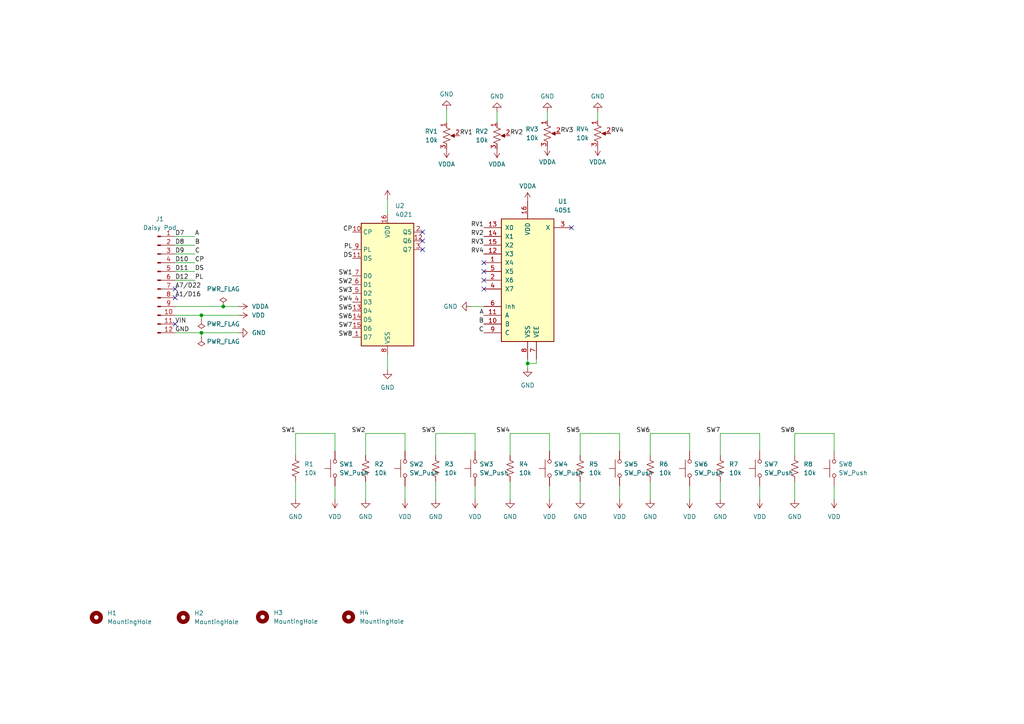
<source format=kicad_sch>
(kicad_sch (version 20230121) (generator eeschema)
  (paper "A4")
  (title_block (title "Basic POD Expander ") (rev "3") (company "KnightHill Engineering"))
  (lib_symbols
    (symbol "4xxx:4021"
      (property "Reference" "U" (at -5.08 19.05 0))
      (property "Value" "4021" (at 3.81 19.05 0))
      (symbol "4021_0_1"
        (rectangle (start -7.62 17.78) (end 7.62 -17.78) (stroke (width 0.254)) (fill (type background)))
      )
      (symbol "4021_1_1"
        (pin input line (at -10.16 -15.24 0) (length 2.54) (name "D7") (number "1"))
        (pin input line (at -10.16 15.24 0) (length 2.54) (name "CP") (number "10"))
        (pin input line (at -10.16 7.62 0) (length 2.54) (name "DS") (number "11"))
        (pin output line (at 10.16 12.7 180) (length 2.54) (name "Q6") (number "12"))
        (pin input line (at -10.16 -7.62 0) (length 2.54) (name "D4") (number "13"))
        (pin input line (at -10.16 -10.16 0) (length 2.54) (name "D5") (number "14"))
        (pin input line (at -10.16 -12.7 0) (length 2.54) (name "D6") (number "15"))
        (pin power_in line (at 0 20.32 270) (length 2.54) (name "VDD") (number "16"))
        (pin output line (at 10.16 15.24 180) (length 2.54) (name "Q5") (number "2"))
        (pin output line (at 10.16 10.16 180) (length 2.54) (name "Q7") (number "3"))
        (pin input line (at -10.16 -5.08 0) (length 2.54) (name "D3") (number "4"))
        (pin input line (at -10.16 -2.54 0) (length 2.54) (name "D2") (number "5"))
        (pin input line (at -10.16 0 0) (length 2.54) (name "D1") (number "6"))
        (pin input line (at -10.16 2.54 0) (length 2.54) (name "D0") (number "7"))
        (pin power_in line (at 0 -20.32 90) (length 2.54) (name "VSS") (number "8"))
        (pin input line (at -10.16 10.16 0) (length 2.54) (name "PL") (number "9"))
      )
    )
    (symbol "4xxx:4051" (pin_names (offset 1.016))
      (property "Reference" "U" (at -7.62 19.05 0))
      (property "Value" "4051" (at -7.62 -19.05 0))
      (symbol "4051_1_0"
        (pin passive line (at -12.7 5.08 0) (length 5.08) (name "X4") (number "1"))
        (pin input line (at -12.7 -12.7 0) (length 5.08) (name "B") (number "10"))
        (pin input line (at -12.7 -10.16 0) (length 5.08) (name "A") (number "11"))
        (pin passive line (at -12.7 7.62 0) (length 5.08) (name "X3") (number "12"))
        (pin passive line (at -12.7 15.24 0) (length 5.08) (name "X0") (number "13"))
        (pin passive line (at -12.7 12.7 0) (length 5.08) (name "X1") (number "14"))
        (pin passive line (at -12.7 10.16 0) (length 5.08) (name "X2") (number "15"))
        (pin power_in line (at 0 22.86 270) (length 5.08) (name "VDD") (number "16"))
        (pin passive line (at -12.7 0 0) (length 5.08) (name "X6") (number "2"))
        (pin passive line (at 12.7 15.24 180) (length 5.08) (name "X") (number "3"))
        (pin passive line (at -12.7 -2.54 0) (length 5.08) (name "X7") (number "4"))
        (pin passive line (at -12.7 2.54 0) (length 5.08) (name "X5") (number "5"))
        (pin input line (at -12.7 -7.62 0) (length 5.08) (name "Inh") (number "6"))
        (pin power_in line (at 2.54 -22.86 90) (length 5.08) (name "VEE") (number "7"))
        (pin power_in line (at 0 -22.86 90) (length 5.08) (name "VSS") (number "8"))
        (pin input line (at -12.7 -15.24 0) (length 5.08) (name "C") (number "9"))
      )
      (symbol "4051_1_1"
        (rectangle (start -7.62 17.78) (end 7.62 -17.78) (stroke (width 0.254)) (fill (type background)))
      )
    )
    (symbol "Connector:Conn_01x12_Pin" (pin_names (offset 1.016) hide)
      (property "Reference" "J" (at 0 15.24 0))
      (property "Value" "Conn_01x12_Pin" (at 0 -17.78 0))
      (symbol "Conn_01x12_Pin_1_1"
        (polyline (pts (xy 1.27 -15.24) (xy 0.8636 -15.24)) (stroke (width 0.1524)))
        (polyline (pts (xy 1.27 -12.7) (xy 0.8636 -12.7)) (stroke (width 0.1524)))
        (polyline (pts (xy 1.27 -10.16) (xy 0.8636 -10.16)) (stroke (width 0.1524)))
        (polyline (pts (xy 1.27 -7.62) (xy 0.8636 -7.62)) (stroke (width 0.1524)))
        (polyline (pts (xy 1.27 -5.08) (xy 0.8636 -5.08)) (stroke (width 0.1524)))
        (polyline (pts (xy 1.27 -2.54) (xy 0.8636 -2.54)) (stroke (width 0.1524)))
        (polyline (pts (xy 1.27 0) (xy 0.8636 0)) (stroke (width 0.1524)))
        (polyline (pts (xy 1.27 2.54) (xy 0.8636 2.54)) (stroke (width 0.1524)))
        (polyline (pts (xy 1.27 5.08) (xy 0.8636 5.08)) (stroke (width 0.1524)))
        (polyline (pts (xy 1.27 7.62) (xy 0.8636 7.62)) (stroke (width 0.1524)))
        (polyline (pts (xy 1.27 10.16) (xy 0.8636 10.16)) (stroke (width 0.1524)))
        (polyline (pts (xy 1.27 12.7) (xy 0.8636 12.7)) (stroke (width 0.1524)))
        (rectangle (start 0.8636 -15.113) (end 0 -15.367) (stroke (width 0.1524)) (fill (type outline)))
        (rectangle (start 0.8636 -12.573) (end 0 -12.827) (stroke (width 0.1524)) (fill (type outline)))
        (rectangle (start 0.8636 -10.033) (end 0 -10.287) (stroke (width 0.1524)) (fill (type outline)))
        (rectangle (start 0.8636 -7.493) (end 0 -7.747) (stroke (width 0.1524)) (fill (type outline)))
        (rectangle (start 0.8636 -4.953) (end 0 -5.207) (stroke (width 0.1524)) (fill (type outline)))
        (rectangle (start 0.8636 -2.413) (end 0 -2.667) (stroke (width 0.1524)) (fill (type outline)))
        (rectangle (start 0.8636 0.127) (end 0 -0.127) (stroke (width 0.1524)) (fill (type outline)))
        (rectangle (start 0.8636 2.667) (end 0 2.413) (stroke (width 0.1524)) (fill (type outline)))
        (rectangle (start 0.8636 5.207) (end 0 4.953) (stroke (width 0.1524)) (fill (type outline)))
        (rectangle (start 0.8636 7.747) (end 0 7.493) (stroke (width 0.1524)) (fill (type outline)))
        (rectangle (start 0.8636 10.287) (end 0 10.033) (stroke (width 0.1524)) (fill (type outline)))
        (rectangle (start 0.8636 12.827) (end 0 12.573) (stroke (width 0.1524)) (fill (type outline)))
        (pin passive line (at 5.08 12.7 180) (length 3.81) (name "Pin_1") (number "1"))
        (pin passive line (at 5.08 -10.16 180) (length 3.81) (name "Pin_10") (number "10"))
        (pin passive line (at 5.08 -12.7 180) (length 3.81) (name "Pin_11") (number "11"))
        (pin passive line (at 5.08 -15.24 180) (length 3.81) (name "Pin_12") (number "12"))
        (pin passive line (at 5.08 10.16 180) (length 3.81) (name "Pin_2") (number "2"))
        (pin passive line (at 5.08 7.62 180) (length 3.81) (name "Pin_3") (number "3"))
        (pin passive line (at 5.08 5.08 180) (length 3.81) (name "Pin_4") (number "4"))
        (pin passive line (at 5.08 2.54 180) (length 3.81) (name "Pin_5") (number "5"))
        (pin passive line (at 5.08 0 180) (length 3.81) (name "Pin_6") (number "6"))
        (pin passive line (at 5.08 -2.54 180) (length 3.81) (name "Pin_7") (number "7"))
        (pin passive line (at 5.08 -5.08 180) (length 3.81) (name "Pin_8") (number "8"))
        (pin passive line (at 5.08 -7.62 180) (length 3.81) (name "Pin_9") (number "9"))
      )
    )
    (symbol "Device:R_Potentiometer_US" (pin_names (offset 1.016) hide)
      (property "Reference" "RV" (at -4.445 0 90))
      (property "Value" "R_Potentiometer_US" (at -2.54 0 90))
      (symbol "R_Potentiometer_US_0_1"
        (polyline (pts (xy 0 -2.286) (xy 0 -2.54)))
        (polyline (pts (xy 0 2.54) (xy 0 2.286)))
        (polyline (pts (xy 2.54 0) (xy 1.524 0)))
        (polyline (pts (xy 1.143 0) (xy 2.286 0.508) (xy 2.286 -0.508) (xy 1.143 0)) (fill (type outline)))
        (polyline (pts (xy 0 -0.762) (xy 1.016 -1.143) (xy 0 -1.524) (xy -1.016 -1.905) (xy 0 -2.286)))
        (polyline (pts (xy 0 0.762) (xy 1.016 0.381) (xy 0 0) (xy -1.016 -0.381) (xy 0 -0.762)))
        (polyline (pts (xy 0 2.286) (xy 1.016 1.905) (xy 0 1.524) (xy -1.016 1.143) (xy 0 0.762)))
      )
      (symbol "R_Potentiometer_US_1_1"
        (pin passive line (at 0 3.81 270) (length 1.27) (name "1") (number "1"))
        (pin passive line (at 3.81 0 180) (length 1.27) (name "2") (number "2"))
        (pin passive line (at 0 -3.81 90) (length 1.27) (name "3") (number "3"))
      )
    )
    (symbol "Device:R_US" (pin_numbers hide) (pin_names (offset 0))
      (property "Reference" "R" (at 2.54 0 90))
      (property "Value" "R_US" (at -2.54 0 90))
      (symbol "R_US_0_1"
        (polyline (pts (xy 0 -2.286) (xy 0 -2.54)))
        (polyline (pts (xy 0 2.286) (xy 0 2.54)))
        (polyline (pts (xy 0 -0.762) (xy 1.016 -1.143) (xy 0 -1.524) (xy -1.016 -1.905) (xy 0 -2.286)))
        (polyline (pts (xy 0 0.762) (xy 1.016 0.381) (xy 0 0) (xy -1.016 -0.381) (xy 0 -0.762)))
        (polyline (pts (xy 0 2.286) (xy 1.016 1.905) (xy 0 1.524) (xy -1.016 1.143) (xy 0 0.762)))
      )
      (symbol "R_US_1_1"
        (pin passive line (at 0 3.81 270) (length 1.27) (name "~") (number "1"))
        (pin passive line (at 0 -3.81 90) (length 1.27) (name "~") (number "2"))
      )
    )
    (symbol "Mechanical:MountingHole" (pin_names (offset 1.016))
      (property "Reference" "H" (at 0 5.08 0))
      (property "Value" "MountingHole" (at 0 3.175 0))
      (symbol "MountingHole_0_1"
        (circle (center 0 0) (radius 1.27) (stroke (width 1.27)))
      )
    )
    (symbol "Switch:SW_Push" (pin_numbers hide) (pin_names (offset 1.016) hide)
      (property "Reference" "SW" (at 1.27 2.54 0))
      (property "Value" "SW_Push" (at 0 -1.524 0))
      (symbol "SW_Push_0_1"
        (circle (center -2.032 0) (radius 0.508))
        (polyline (pts (xy 0 1.27) (xy 0 3.048)))
        (polyline (pts (xy 2.54 1.27) (xy -2.54 1.27)))
        (circle (center 2.032 0) (radius 0.508))
        (pin passive line (at -5.08 0 0) (length 2.54) (name "1") (number "1"))
        (pin passive line (at 5.08 0 180) (length 2.54) (name "2") (number "2"))
      )
    )
    (symbol "power:GND" (power) (pin_names (offset 0))
      (property "Value" "GND" (at 0 -3.81 0))
      (symbol "GND_0_1"
        (polyline (pts (xy 0 0) (xy 0 -1.27) (xy 1.27 -1.27) (xy 0 -2.54) (xy -1.27 -1.27) (xy 0 -1.27)))
      )
      (symbol "GND_1_1"
        (pin power_in line (at 0 0 270) (length 0) hide (name "GND") (number "1"))
      )
    )
    (symbol "power:PWR_FLAG" (power) (pin_numbers hide) (pin_names (offset 0) hide)
      (property "Value" "PWR_FLAG" (at 0 3.81 0))
      (symbol "PWR_FLAG_0_0"
        (pin power_out line (at 0 0 90) (length 0) (name "pwr") (number "1"))
      )
      (symbol "PWR_FLAG_0_1"
        (polyline (pts (xy 0 0) (xy 0 1.27) (xy -1.016 1.905) (xy 0 2.54) (xy 1.016 1.905) (xy 0 1.27)))
      )
    )
    (symbol "power:VDD" (power) (pin_names (offset 0))
      (property "Value" "VDD" (at 0 3.81 0))
      (symbol "VDD_0_1"
        (polyline (pts (xy -0.762 1.27) (xy 0 2.54)))
        (polyline (pts (xy 0 0) (xy 0 2.54)))
        (polyline (pts (xy 0 2.54) (xy 0.762 1.27)))
      )
      (symbol "VDD_1_1"
        (pin power_in line (at 0 0 90) (length 0) hide (name "VDD") (number "1"))
      )
    )
    (symbol "power:VDDA" (power) (pin_names (offset 0))
      (property "Value" "VDDA" (at 0 3.81 0))
      (symbol "VDDA_0_1"
        (polyline (pts (xy -0.762 1.27) (xy 0 2.54)))
        (polyline (pts (xy 0 0) (xy 0 2.54)))
        (polyline (pts (xy 0 2.54) (xy 0.762 1.27)))
      )
      (symbol "VDDA_1_1"
        (pin power_in line (at 0 0 90) (length 0) hide (name "VDDA") (number "1"))
      )
    )
  )
  (junction (at 58.42 96.52))
  (junction (at 58.42 91.44))
  (junction (at 64.77 88.9))
  (junction (at 153.035 105.41))
  (no_connect (at 50.8 86.36))
  (no_connect (at 122.555 67.31))
  (no_connect (at 140.335 83.82))
  (no_connect (at 122.555 72.39))
  (no_connect (at 50.8 83.82))
  (no_connect (at 165.735 66.04))
  (no_connect (at 140.335 81.28))
  (no_connect (at 50.8 93.98))
  (no_connect (at 122.555 69.85))
  (no_connect (at 140.335 78.74))
  (no_connect (at 140.335 76.2))
  (wire (pts (xy 159.385 140.97) (xy 159.385 144.78)))
  (wire (pts (xy 85.725 139.7) (xy 85.725 144.78)))
  (wire (pts (xy 112.395 57.785) (xy 112.395 62.23)))
  (wire (pts (xy 147.955 132.08) (xy 147.955 125.73)))
  (wire (pts (xy 179.705 140.97) (xy 179.705 144.78)))
  (wire (pts (xy 173.355 34.925) (xy 173.355 32.385)))
  (wire (pts (xy 168.275 132.08) (xy 168.275 125.73)))
  (wire (pts (xy 137.795 125.73) (xy 137.795 130.81)))
  (wire (pts (xy 97.155 125.73) (xy 97.155 130.81)))
  (wire (pts (xy 208.915 125.73) (xy 220.345 125.73)))
  (wire (pts (xy 230.505 125.73) (xy 241.935 125.73)))
  (wire (pts (xy 50.8 78.74) (xy 56.515 78.74)))
  (wire (pts (xy 230.505 139.7) (xy 230.505 144.78)))
  (wire (pts (xy 117.475 140.97) (xy 117.475 144.78)))
  (wire (pts (xy 153.035 104.14) (xy 153.035 105.41)))
  (wire (pts (xy 58.42 97.79) (xy 58.42 96.52)))
  (wire (pts (xy 106.045 125.73) (xy 117.475 125.73)))
  (wire (pts (xy 208.915 132.08) (xy 208.915 125.73)))
  (wire (pts (xy 158.75 34.925) (xy 158.75 32.385)))
  (wire (pts (xy 241.935 125.73) (xy 241.935 130.81)))
  (wire (pts (xy 155.575 104.14) (xy 155.575 105.41)))
  (wire (pts (xy 126.365 132.08) (xy 126.365 125.73)))
  (wire (pts (xy 220.345 140.97) (xy 220.345 144.78)))
  (wire (pts (xy 106.045 132.08) (xy 106.045 125.73)))
  (wire (pts (xy 208.915 139.7) (xy 208.915 144.78)))
  (wire (pts (xy 188.595 132.08) (xy 188.595 125.73)))
  (wire (pts (xy 50.8 73.66) (xy 56.515 73.66)))
  (wire (pts (xy 112.395 107.315) (xy 112.395 102.87)))
  (wire (pts (xy 50.8 96.52) (xy 58.42 96.52)))
  (wire (pts (xy 97.155 140.97) (xy 97.155 144.78)))
  (wire (pts (xy 58.42 92.71) (xy 58.42 91.44)))
  (wire (pts (xy 117.475 125.73) (xy 117.475 130.81)))
  (wire (pts (xy 188.595 125.73) (xy 200.025 125.73)))
  (wire (pts (xy 147.955 125.73) (xy 159.385 125.73)))
  (wire (pts (xy 153.035 105.41) (xy 153.035 106.68)))
  (wire (pts (xy 137.795 140.97) (xy 137.795 144.78)))
  (wire (pts (xy 58.42 91.44) (xy 69.215 91.44)))
  (wire (pts (xy 50.8 68.58) (xy 56.515 68.58)))
  (wire (pts (xy 220.345 125.73) (xy 220.345 130.81)))
  (wire (pts (xy 85.725 125.73) (xy 97.155 125.73)))
  (wire (pts (xy 50.8 71.12) (xy 56.515 71.12)))
  (wire (pts (xy 179.705 125.73) (xy 179.705 130.81)))
  (wire (pts (xy 58.42 96.52) (xy 69.215 96.52)))
  (wire (pts (xy 200.025 125.73) (xy 200.025 130.81)))
  (wire (pts (xy 159.385 125.73) (xy 159.385 130.81)))
  (wire (pts (xy 50.8 91.44) (xy 58.42 91.44)))
  (wire (pts (xy 126.365 125.73) (xy 137.795 125.73)))
  (wire (pts (xy 126.365 139.7) (xy 126.365 144.78)))
  (wire (pts (xy 136.525 88.9) (xy 140.335 88.9)))
  (wire (pts (xy 50.8 76.2) (xy 56.515 76.2)))
  (wire (pts (xy 200.025 140.97) (xy 200.025 144.78)))
  (wire (pts (xy 85.725 132.08) (xy 85.725 125.73)))
  (wire (pts (xy 50.8 88.9) (xy 64.77 88.9)))
  (wire (pts (xy 50.8 81.28) (xy 56.515 81.28)))
  (wire (pts (xy 64.77 88.9) (xy 69.215 88.9)))
  (wire (pts (xy 153.035 105.41) (xy 155.575 105.41)))
  (wire (pts (xy 144.145 35.56) (xy 144.145 32.385)))
  (wire (pts (xy 188.595 139.7) (xy 188.595 144.78)))
  (wire (pts (xy 147.955 139.7) (xy 147.955 144.78)))
  (wire (pts (xy 168.275 139.7) (xy 168.275 144.78)))
  (wire (pts (xy 129.54 31.75) (xy 129.54 35.56)))
  (wire (pts (xy 106.045 139.7) (xy 106.045 144.78)))
  (wire (pts (xy 168.275 125.73) (xy 179.705 125.73)))
  (wire (pts (xy 230.505 132.08) (xy 230.505 125.73)))
  (wire (pts (xy 241.935 140.97) (xy 241.935 144.78)))
  (label "SW5" (at 168.275 125.73 180))
  (label "PL" (at 56.515 81.28 0))
  (label "SW8" (at 230.505 125.73 180))
  (label "RV1" (at 140.335 66.04 180))
  (label "A" (at 140.335 91.44 180))
  (label "SW1" (at 102.235 80.01 180))
  (label "RV3" (at 162.56 38.735 0))
  (label "SW7" (at 208.915 125.73 180))
  (label "RV1" (at 133.35 39.37 0))
  (label "D7" (at 50.8 68.58 0))
  (label "B" (at 56.515 71.12 0))
  (label "C" (at 56.515 73.66 0))
  (label "B" (at 140.335 93.98 180))
  (label "RV2" (at 140.335 68.58 180))
  (label "PL" (at 102.235 72.39 180))
  (label "VIN" (at 50.8 93.98 0))
  (label "RV3" (at 140.335 71.12 180))
  (label "SW3" (at 102.235 85.09 180))
  (label "RV2" (at 147.955 39.37 0))
  (label "SW6" (at 188.595 125.73 180))
  (label "D8" (at 50.8 71.12 0))
  (label "GND" (at 50.8 96.52 0))
  (label "RV4" (at 177.165 38.735 0))
  (label "SW2" (at 102.235 82.55 180))
  (label "D9" (at 50.8 73.66 0))
  (label "D11" (at 50.8 78.74 0))
  (label "D10" (at 50.8 76.2 0))
  (label "SW3" (at 126.365 125.73 180))
  (label "SW8" (at 102.235 97.79 180))
  (label "SW5" (at 102.235 90.17 180))
  (label "A7{slash}D22" (at 50.8 83.82 0))
  (label "SW6" (at 102.235 92.71 180))
  (label "D12" (at 50.8 81.28 0))
  (label "DS" (at 56.515 78.74 0))
  (label "SW4" (at 102.235 87.63 180))
  (label "CP" (at 56.515 76.2 0))
  (label "SW7" (at 102.235 95.25 180))
  (label "SW4" (at 147.955 125.73 180))
  (label "C" (at 140.335 96.52 180))
  (label "SW1" (at 85.725 125.73 180))
  (label "A" (at 56.515 68.58 0))
  (label "A1{slash}D16" (at 50.8 86.36 0))
  (label "RV4" (at 140.335 73.66 180))
  (label "SW2" (at 106.045 125.73 180))
  (label "DS" (at 102.235 74.93 180))
  (label "CP" (at 102.235 67.31 180))
  (symbol (lib_id "power:VDDA") (at 129.54 43.18 180) (unit 1)
    (property "Reference" "#PWR021" (effects hide))
    (property "Value" "VDDA" (at 129.54 47.625 0))
  )
  (symbol (lib_id "Switch:SW_Push") (at 241.935 135.89 90) (unit 1)
    (property "Reference" "SW8" (at 243.205 134.62 90) (effects (justify right)))
    (property "Value" "SW_Push" (at 243.205 137.16 90) (effects (justify right)))
    (property "Footprint" "Button_Switch_THT:SW_PUSH_6mm" (effects hide))
  )
  (symbol (lib_id "Device:R_Potentiometer_US") (at 173.355 38.735 0) (unit 1)
    (property "Reference" "RV4" (at 170.815 37.465 0) (effects (justify right)))
    (property "Value" "10k" (at 170.815 40.005 0) (effects (justify right)))
    (property "Footprint" "Potentiometer_THT:Potentiometer_Alpha_RD901F-40-00D_Single_Vertical" (effects hide))
  )
  (symbol (lib_id "Mechanical:MountingHole") (at 53.1432 179.0919 0) (unit 1)
    (property "Reference" "H2" (at 56.3182 177.8219 0) (effects (justify left)))
    (property "Value" "MountingHole" (at 56.3182 180.3619 0) (effects (justify left)))
    (property "Footprint" "MountingHole:MountingHole_2.2mm_M2" (effects hide))
  )
  (symbol (lib_id "power:VDDA") (at 173.355 42.545 180) (unit 1)
    (property "Reference" "#PWR027" (effects hide))
    (property "Value" "VDDA" (at 173.355 46.99 0))
  )
  (symbol (lib_id "power:VDD") (at 220.345 144.78 180) (unit 1)
    (property "Reference" "#PWR017" (effects hide))
    (property "Value" "VDD" (at 220.345 149.86 0))
  )
  (symbol (lib_id "power:VDD") (at 179.705 144.78 180) (unit 1)
    (property "Reference" "#PWR010" (effects hide))
    (property "Value" "VDD" (at 179.705 149.86 0))
  )
  (symbol (lib_id "power:GND") (at 147.955 144.78 0) (unit 1)
    (property "Reference" "#PWR05" (effects hide))
    (property "Value" "GND" (at 147.955 149.86 0))
  )
  (symbol (lib_id "power:GND") (at 69.215 96.52 90) (unit 1)
    (property "Reference" "#PWR06" (effects hide))
    (property "Value" "GND" (at 73.025 96.52 90) (effects (justify right)))
  )
  (symbol (lib_id "Device:R_US") (at 126.365 135.89 0) (unit 1)
    (property "Reference" "R3" (at 128.905 134.62 0) (effects (justify left)))
    (property "Value" "10k" (at 128.905 137.16 0) (effects (justify left)))
    (property "Footprint" "Resistor_THT:R_Axial_DIN0207_L6.3mm_D2.5mm_P7.62mm_Horizontal" (effects hide))
  )
  (symbol (lib_id "Device:R_Potentiometer_US") (at 129.54 39.37 0) (unit 1)
    (property "Reference" "RV1" (at 127 38.1 0) (effects (justify right)))
    (property "Value" "10k" (at 127 40.64 0) (effects (justify right)))
    (property "Footprint" "Potentiometer_THT:Potentiometer_Alpha_RD901F-40-00D_Single_Vertical" (effects hide))
  )
  (symbol (lib_id "power:VDD") (at 241.935 144.78 180) (unit 1)
    (property "Reference" "#PWR019" (effects hide))
    (property "Value" "VDD" (at 241.935 149.86 0))
  )
  (symbol (lib_id "Switch:SW_Push") (at 220.345 135.89 90) (unit 1)
    (property "Reference" "SW7" (at 221.615 134.62 90) (effects (justify right)))
    (property "Value" "SW_Push" (at 221.615 137.16 90) (effects (justify right)))
    (property "Footprint" "Button_Switch_THT:SW_PUSH_6mm" (effects hide))
  )
  (symbol (lib_id "power:GND") (at 153.035 106.68 0) (unit 1)
    (property "Reference" "#PWR031" (effects hide))
    (property "Value" "GND" (at 153.035 111.76 0))
  )
  (symbol (lib_id "power:GND") (at 144.145 32.385 180) (unit 1)
    (property "Reference" "#PWR020" (effects hide))
    (property "Value" "GND" (at 144.145 27.94 0))
  )
  (symbol (lib_id "Device:R_US") (at 168.275 135.89 0) (unit 1)
    (property "Reference" "R5" (at 170.815 134.62 0) (effects (justify left)))
    (property "Value" "10k" (at 170.815 137.16 0) (effects (justify left)))
    (property "Footprint" "Resistor_THT:R_Axial_DIN0207_L6.3mm_D2.5mm_P7.62mm_Horizontal" (effects hide))
  )
  (symbol (lib_id "Mechanical:MountingHole") (at 27.94 179.07 0) (unit 1)
    (property "Reference" "H1" (at 31.115 177.8 0) (effects (justify left)))
    (property "Value" "MountingHole" (at 31.115 180.34 0) (effects (justify left)))
    (property "Footprint" "MountingHole:MountingHole_2.2mm_M2" (effects hide))
  )
  (symbol (lib_id "power:VDDA") (at 153.035 58.42 0) (unit 1)
    (property "Reference" "#PWR026" (effects hide))
    (property "Value" "VDDA" (at 153.035 53.975 0))
  )
  (symbol (lib_id "Switch:SW_Push") (at 137.795 135.89 90) (unit 1)
    (property "Reference" "SW3" (at 139.065 134.62 90) (effects (justify right)))
    (property "Value" "SW_Push" (at 139.065 137.16 90) (effects (justify right)))
    (property "Footprint" "Button_Switch_THT:SW_PUSH_6mm" (effects hide))
  )
  (symbol (lib_id "Switch:SW_Push") (at 200.025 135.89 90) (unit 1)
    (property "Reference" "SW6" (at 201.295 134.62 90) (effects (justify right)))
    (property "Value" "SW_Push" (at 201.295 137.16 90) (effects (justify right)))
    (property "Footprint" "Button_Switch_THT:SW_PUSH_6mm" (effects hide))
  )
  (symbol (lib_id "Switch:SW_Push") (at 97.155 135.89 90) (unit 1)
    (property "Reference" "SW1" (at 98.425 134.62 90) (effects (justify right)))
    (property "Value" "SW_Push" (at 98.425 137.16 90) (effects (justify right)))
    (property "Footprint" "Button_Switch_THT:SW_PUSH_6mm" (effects hide))
  )
  (symbol (lib_id "power:VDD") (at 112.395 57.785 0) (unit 1)
    (property "Reference" "#PWR032" (effects hide))
    (property "Value" "VDD" (effects hide))
  )
  (symbol (lib_id "power:GND") (at 230.505 144.78 0) (unit 1)
    (property "Reference" "#PWR018" (effects hide))
    (property "Value" "GND" (at 230.505 149.86 0))
  )
  (symbol (lib_id "power:VDDA") (at 69.215 88.9 270) (unit 1)
    (property "Reference" "#PWR07" (effects hide))
    (property "Value" "VDDA" (at 73.025 88.9 90) (effects (justify left)))
  )
  (symbol (lib_id "power:GND") (at 188.595 144.78 0) (unit 1)
    (property "Reference" "#PWR011" (effects hide))
    (property "Value" "GND" (at 188.595 149.86 0))
  )
  (symbol (lib_id "Mechanical:MountingHole") (at 76.1351 178.9605 0) (unit 1)
    (property "Reference" "H3" (at 79.3101 177.6905 0) (effects (justify left)))
    (property "Value" "MountingHole" (at 79.3101 180.2305 0) (effects (justify left)))
    (property "Footprint" "MountingHole:MountingHole_2.2mm_M2" (effects hide))
  )
  (symbol (lib_id "power:VDD") (at 69.215 91.44 270) (unit 1)
    (property "Reference" "#PWR030" (effects hide))
    (property "Value" "VDD" (at 73.025 91.44 90) (effects (justify left)))
  )
  (symbol (lib_id "power:PWR_FLAG") (at 64.77 88.9 0) (unit 1)
    (property "Reference" "#FLG03" (effects hide))
    (property "Value" "PWR_FLAG" (at 64.77 83.82 0))
  )
  (symbol (lib_id "power:GND") (at 136.525 88.9 270) (unit 1)
    (property "Reference" "#PWR028" (effects hide))
    (property "Value" "GND" (at 132.715 88.9 90) (effects (justify right)))
  )
  (symbol (lib_id "Switch:SW_Push") (at 159.385 135.89 90) (unit 1)
    (property "Reference" "SW4" (at 160.655 134.62 90) (effects (justify right)))
    (property "Value" "SW_Push" (at 160.655 137.16 90) (effects (justify right)))
    (property "Footprint" "Button_Switch_THT:SW_PUSH_6mm" (effects hide))
  )
  (symbol (lib_id "Device:R_US") (at 230.505 135.89 0) (unit 1)
    (property "Reference" "R8" (at 233.045 134.62 0) (effects (justify left)))
    (property "Value" "10k" (at 233.045 137.16 0) (effects (justify left)))
    (property "Footprint" "Resistor_THT:R_Axial_DIN0207_L6.3mm_D2.5mm_P7.62mm_Horizontal" (effects hide))
  )
  (symbol (lib_id "power:VDD") (at 159.385 144.78 180) (unit 1)
    (property "Reference" "#PWR08" (effects hide))
    (property "Value" "VDD" (at 159.385 149.86 0))
  )
  (symbol (lib_id "power:VDD") (at 117.475 144.78 180) (unit 1)
    (property "Reference" "#PWR02" (effects hide))
    (property "Value" "VDD" (at 117.475 149.86 0))
  )
  (symbol (lib_id "power:GND") (at 168.275 144.78 0) (unit 1)
    (property "Reference" "#PWR09" (effects hide))
    (property "Value" "GND" (at 168.275 149.86 0))
  )
  (symbol (lib_id "power:GND") (at 112.395 107.315 0) (unit 1)
    (property "Reference" "#PWR029" (effects hide))
    (property "Value" "GND" (at 112.395 112.395 0))
  )
  (symbol (lib_id "power:GND") (at 106.045 144.78 0) (unit 1)
    (property "Reference" "#PWR01" (effects hide))
    (property "Value" "GND" (at 106.045 149.86 0))
  )
  (symbol (lib_id "Switch:SW_Push") (at 179.705 135.89 90) (unit 1)
    (property "Reference" "SW5" (at 180.975 134.62 90) (effects (justify right)))
    (property "Value" "SW_Push" (at 180.975 137.16 90) (effects (justify right)))
    (property "Footprint" "Button_Switch_THT:SW_PUSH_6mm" (effects hide))
  )
  (symbol (lib_id "Device:R_Potentiometer_US") (at 158.75 38.735 0) (unit 1)
    (property "Reference" "RV3" (at 156.21 37.465 0) (effects (justify right)))
    (property "Value" "10k" (at 156.21 40.005 0) (effects (justify right)))
    (property "Footprint" "Potentiometer_THT:Potentiometer_Alpha_RD901F-40-00D_Single_Vertical" (effects hide))
  )
  (symbol (lib_id "power:GND") (at 158.75 32.385 180) (unit 1)
    (property "Reference" "#PWR022" (effects hide))
    (property "Value" "GND" (at 158.75 27.94 0))
  )
  (symbol (lib_id "Device:R_US") (at 85.725 135.89 0) (unit 1)
    (property "Reference" "R1" (at 88.265 134.62 0) (effects (justify left)))
    (property "Value" "10k" (at 88.265 137.16 0) (effects (justify left)))
    (property "Footprint" "Resistor_THT:R_Axial_DIN0207_L6.3mm_D2.5mm_P7.62mm_Horizontal" (effects hide))
  )
  (symbol (lib_id "power:VDD") (at 137.795 144.78 180) (unit 1)
    (property "Reference" "#PWR04" (effects hide))
    (property "Value" "VDD" (at 137.795 149.86 0))
  )
  (symbol (lib_id "4xxx:4051") (at 153.035 81.28 0) (unit 1)
    (property "Reference" "U1" (at 163.195 58.42 0))
    (property "Value" "4051" (at 163.195 60.96 0))
    (property "Footprint" "Package_DIP:DIP-16_W7.62mm" (effects hide))
    (property "Datasheet" "http://www.intersil.com/content/dam/Intersil/documents/cd40/cd4051bms-52bms-53bms.pdf" (effects hide))
  )
  (symbol (lib_id "Switch:SW_Push") (at 117.475 135.89 90) (unit 1)
    (property "Reference" "SW2" (at 118.745 134.62 90) (effects (justify right)))
    (property "Value" "SW_Push" (at 118.745 137.16 90) (effects (justify right)))
    (property "Footprint" "Button_Switch_THT:SW_PUSH_6mm" (effects hide))
  )
  (symbol (lib_id "power:VDD") (at 97.155 144.78 180) (unit 1)
    (property "Reference" "#PWR014" (effects hide))
    (property "Value" "VDD" (at 97.155 149.86 0))
  )
  (symbol (lib_id "Device:R_US") (at 147.955 135.89 0) (unit 1)
    (property "Reference" "R4" (at 150.495 134.62 0) (effects (justify left)))
    (property "Value" "10k" (at 150.495 137.16 0) (effects (justify left)))
    (property "Footprint" "Resistor_THT:R_Axial_DIN0207_L6.3mm_D2.5mm_P7.62mm_Horizontal" (effects hide))
  )
  (symbol (lib_id "Device:R_US") (at 208.915 135.89 0) (unit 1)
    (property "Reference" "R7" (at 211.455 134.62 0) (effects (justify left)))
    (property "Value" "10k" (at 211.455 137.16 0) (effects (justify left)))
    (property "Footprint" "Resistor_THT:R_Axial_DIN0207_L6.3mm_D2.5mm_P7.62mm_Horizontal" (effects hide))
  )
  (symbol (lib_id "power:PWR_FLAG") (at 58.42 92.71 180) (unit 1)
    (property "Reference" "#FLG01" (effects hide))
    (property "Value" "PWR_FLAG" (at 64.77 93.98 0))
  )
  (symbol (lib_id "power:GND") (at 208.915 144.78 0) (unit 1)
    (property "Reference" "#PWR016" (effects hide))
    (property "Value" "GND" (at 208.915 149.86 0))
  )
  (symbol (lib_id "4xxx:4021") (at 112.395 82.55 0) (unit 1)
    (property "Reference" "U2" (at 114.5891 59.69 0) (effects (justify left)))
    (property "Value" "4021" (at 114.5891 62.23 0) (effects (justify left)))
    (property "Footprint" "Package_DIP:DIP-16_W7.62mm" (effects hide))
    (property "Datasheet" "https://assets.nexperia.com/documents/data-sheet/HEF4021B.pdf" (effects hide))
  )
  (symbol (lib_id "power:GND") (at 85.725 144.78 0) (unit 1)
    (property "Reference" "#PWR013" (effects hide))
    (property "Value" "GND" (at 85.725 149.86 0))
  )
  (symbol (lib_id "Connector:Conn_01x12_Pin") (at 45.72 81.28 0) (unit 1)
    (property "Reference" "J1" (at 46.355 63.5 0))
    (property "Value" "Daisy Pod" (at 46.355 66.04 0))
    (property "Footprint" "Connector_PinHeader_2.54mm:PinHeader_1x12_P2.54mm_Vertical" (effects hide))
  )
  (symbol (lib_id "Device:R_Potentiometer_US") (at 144.145 39.37 0) (unit 1)
    (property "Reference" "RV2" (at 141.605 38.1 0) (effects (justify right)))
    (property "Value" "10k" (at 141.605 40.64 0) (effects (justify right)))
    (property "Footprint" "Potentiometer_THT:Potentiometer_Alpha_RD901F-40-00D_Single_Vertical" (effects hide))
  )
  (symbol (lib_id "power:VDDA") (at 144.145 43.18 180) (unit 1)
    (property "Reference" "#PWR024" (effects hide))
    (property "Value" "VDDA" (at 144.145 47.625 0))
  )
  (symbol (lib_id "Device:R_US") (at 188.595 135.89 0) (unit 1)
    (property "Reference" "R6" (at 191.135 134.62 0) (effects (justify left)))
    (property "Value" "10k" (at 191.135 137.16 0) (effects (justify left)))
    (property "Footprint" "Resistor_THT:R_Axial_DIN0207_L6.3mm_D2.5mm_P7.62mm_Horizontal" (effects hide))
  )
  (symbol (lib_id "power:PWR_FLAG") (at 58.42 97.79 180) (unit 1)
    (property "Reference" "#FLG02" (effects hide))
    (property "Value" "PWR_FLAG" (at 64.77 99.06 0))
  )
  (symbol (lib_id "power:VDDA") (at 158.75 42.545 180) (unit 1)
    (property "Reference" "#PWR025" (effects hide))
    (property "Value" "VDDA" (at 158.75 46.99 0))
  )
  (symbol (lib_id "power:VDD") (at 200.025 144.78 180) (unit 1)
    (property "Reference" "#PWR015" (effects hide))
    (property "Value" "VDD" (at 200.025 149.86 0))
  )
  (symbol (lib_id "Mechanical:MountingHole") (at 101.0977 178.9605 0) (unit 1)
    (property "Reference" "H4" (at 104.2727 177.6905 0) (effects (justify left)))
    (property "Value" "MountingHole" (at 104.2727 180.2305 0) (effects (justify left)))
    (property "Footprint" "MountingHole:MountingHole_2.2mm_M2" (effects hide))
  )
  (symbol (lib_id "power:GND") (at 173.355 32.385 180) (unit 1)
    (property "Reference" "#PWR023" (effects hide))
    (property "Value" "GND" (at 173.355 27.94 0))
  )
  (symbol (lib_id "Device:R_US") (at 106.045 135.89 0) (unit 1)
    (property "Reference" "R2" (at 108.585 134.62 0) (effects (justify left)))
    (property "Value" "10k" (at 108.585 137.16 0) (effects (justify left)))
    (property "Footprint" "Resistor_THT:R_Axial_DIN0207_L6.3mm_D2.5mm_P7.62mm_Horizontal" (effects hide))
  )
  (symbol (lib_id "power:GND") (at 129.54 31.75 180) (unit 1)
    (property "Reference" "#PWR012" (effects hide))
    (property "Value" "GND" (at 129.54 27.305 0))
  )
  (symbol (lib_id "power:GND") (at 126.365 144.78 0) (unit 1)
    (property "Reference" "#PWR03" (effects hide))
    (property "Value" "GND" (at 126.365 149.86 0))
  )
)
</source>
